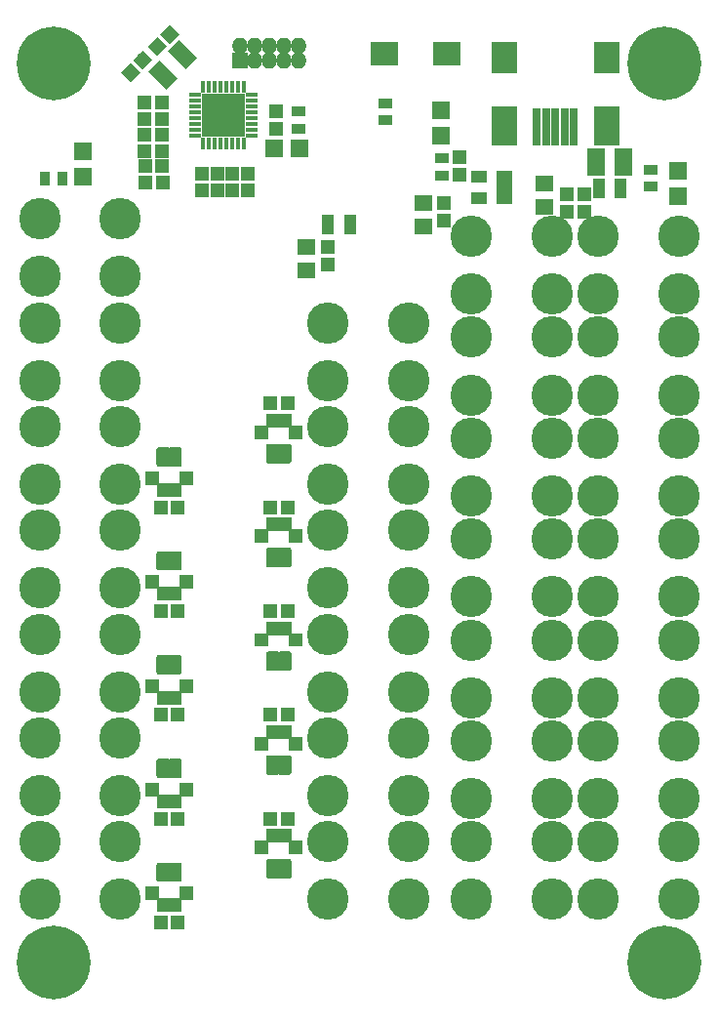
<source format=gts>
G04 #@! TF.GenerationSoftware,KiCad,Pcbnew,(5.0.0)*
G04 #@! TF.CreationDate,2018-11-03T20:55:02-02:30*
G04 #@! TF.ProjectId,Power Distribution Board,506F7765722044697374726962757469,rev?*
G04 #@! TF.SameCoordinates,Original*
G04 #@! TF.FileFunction,Soldermask,Top*
G04 #@! TF.FilePolarity,Negative*
%FSLAX46Y46*%
G04 Gerber Fmt 4.6, Leading zero omitted, Abs format (unit mm)*
G04 Created by KiCad (PCBNEW (5.0.0)) date 11/03/18 20:55:02*
%MOMM*%
%LPD*%
G01*
G04 APERTURE LIST*
%ADD10R,1.650000X1.400000*%
%ADD11R,1.200000X1.150000*%
%ADD12R,1.400000X1.400000*%
%ADD13O,1.400000X1.400000*%
%ADD14C,1.400000*%
%ADD15C,0.100000*%
%ADD16R,1.540000X2.430000*%
%ADD17C,6.400000*%
%ADD18R,1.150000X1.200000*%
%ADD19C,1.150000*%
%ADD20R,1.600000X1.600000*%
%ADD21C,3.600000*%
%ADD22R,2.203200X2.703200*%
%ADD23R,2.203200X3.503200*%
%ADD24R,0.703200X3.303200*%
%ADD25R,1.100000X1.700000*%
%ADD26R,0.900000X1.300000*%
%ADD27R,1.300000X0.900000*%
%ADD28R,2.400000X2.000000*%
%ADD29R,1.250000X0.700000*%
%ADD30R,0.700000X1.250000*%
%ADD31C,1.200000*%
%ADD32R,1.460000X1.050000*%
%ADD33R,0.420000X0.990000*%
%ADD34R,0.990000X0.420000*%
%ADD35C,0.400000*%
%ADD36R,3.850000X3.850000*%
G04 APERTURE END LIST*
D10*
G04 #@! TO.C,C26*
X146100000Y-30950000D03*
X146100000Y-28950000D03*
G04 #@! TD*
D11*
G04 #@! TO.C,C31*
X112850000Y-24700000D03*
X111350000Y-24700000D03*
G04 #@! TD*
D12*
G04 #@! TO.C,J29*
X119650000Y-18250000D03*
D13*
X119650000Y-16980000D03*
X120920000Y-18250000D03*
X120920000Y-16980000D03*
X122190000Y-18250000D03*
X122190000Y-16980000D03*
X123460000Y-18250000D03*
X123460000Y-16980000D03*
X124730000Y-18250000D03*
X124730000Y-16980000D03*
G04 #@! TD*
D14*
G04 #@! TO.C,Y1*
X112916117Y-19483883D03*
D15*
G36*
X113198960Y-20756675D02*
X111643325Y-19201040D01*
X112633274Y-18211091D01*
X114188909Y-19766726D01*
X113198960Y-20756675D01*
X113198960Y-20756675D01*
G37*
D14*
X114683883Y-17716117D03*
D15*
G36*
X114966726Y-18988909D02*
X113411091Y-17433274D01*
X114401040Y-16443325D01*
X115956675Y-17998960D01*
X114966726Y-18988909D01*
X114966726Y-18988909D01*
G37*
G04 #@! TD*
D16*
G04 #@! TO.C,F1*
X150550000Y-27050000D03*
X152950000Y-27050000D03*
G04 #@! TD*
D17*
G04 #@! TO.C,REF\002A\002A*
X103500000Y-96500000D03*
G04 #@! TD*
G04 #@! TO.C,REF\002A\002A*
X156500000Y-96500000D03*
G04 #@! TD*
G04 #@! TO.C,REF\002A\002A*
X156500000Y-18500000D03*
G04 #@! TD*
D11*
G04 #@! TO.C,C1*
X112750000Y-57000000D03*
X114250000Y-57000000D03*
G04 #@! TD*
G04 #@! TO.C,C4*
X122250000Y-48000000D03*
X123750000Y-48000000D03*
G04 #@! TD*
G04 #@! TO.C,C5*
X112750000Y-66000000D03*
X114250000Y-66000000D03*
G04 #@! TD*
G04 #@! TO.C,C6*
X122250000Y-57000000D03*
X123750000Y-57000000D03*
G04 #@! TD*
G04 #@! TO.C,C7*
X112750000Y-75000000D03*
X114250000Y-75000000D03*
G04 #@! TD*
G04 #@! TO.C,C12*
X123750000Y-66000000D03*
X122250000Y-66000000D03*
G04 #@! TD*
G04 #@! TO.C,C13*
X114250000Y-84000000D03*
X112750000Y-84000000D03*
G04 #@! TD*
G04 #@! TO.C,C14*
X123750000Y-75000000D03*
X122250000Y-75000000D03*
G04 #@! TD*
G04 #@! TO.C,C15*
X114250000Y-93000000D03*
X112750000Y-93000000D03*
G04 #@! TD*
G04 #@! TO.C,C16*
X122250000Y-84000000D03*
X123750000Y-84000000D03*
G04 #@! TD*
D18*
G04 #@! TO.C,C21*
X148000000Y-31350000D03*
X148000000Y-29850000D03*
G04 #@! TD*
D11*
G04 #@! TO.C,C22*
X111350000Y-21900000D03*
X112850000Y-21900000D03*
G04 #@! TD*
D18*
G04 #@! TO.C,C23*
X120350000Y-29550000D03*
X120350000Y-28050000D03*
G04 #@! TD*
D10*
G04 #@! TO.C,C24*
X135520000Y-30620000D03*
X135520000Y-32620000D03*
G04 #@! TD*
D11*
G04 #@! TO.C,C25*
X112850000Y-23300000D03*
X111350000Y-23300000D03*
G04 #@! TD*
D18*
G04 #@! TO.C,C27*
X137350000Y-32100000D03*
X137350000Y-30600000D03*
G04 #@! TD*
G04 #@! TO.C,C28*
X119000000Y-28050000D03*
X119000000Y-29550000D03*
G04 #@! TD*
G04 #@! TO.C,C29*
X149500000Y-29850000D03*
X149500000Y-31350000D03*
G04 #@! TD*
G04 #@! TO.C,C30*
X138700000Y-28150000D03*
X138700000Y-26650000D03*
G04 #@! TD*
D10*
G04 #@! TO.C,C32*
X125400000Y-36450000D03*
X125400000Y-34450000D03*
G04 #@! TD*
D18*
G04 #@! TO.C,C33*
X117700000Y-28050000D03*
X117700000Y-29550000D03*
G04 #@! TD*
G04 #@! TO.C,C34*
X127300000Y-35950000D03*
X127300000Y-34450000D03*
G04 #@! TD*
D11*
G04 #@! TO.C,C35*
X112850000Y-26100000D03*
X111350000Y-26100000D03*
G04 #@! TD*
D18*
G04 #@! TO.C,C36*
X116350000Y-29550000D03*
X116350000Y-28050000D03*
G04 #@! TD*
D19*
G04 #@! TO.C,C37*
X113530330Y-15969670D03*
D15*
G36*
X113512652Y-16800520D02*
X112699480Y-15987348D01*
X113548008Y-15138820D01*
X114361180Y-15951992D01*
X113512652Y-16800520D01*
X113512652Y-16800520D01*
G37*
D19*
X112469670Y-17030330D03*
D15*
G36*
X112451992Y-17861180D02*
X111638820Y-17048008D01*
X112487348Y-16199480D01*
X113300520Y-17012652D01*
X112451992Y-17861180D01*
X112451992Y-17861180D01*
G37*
G04 #@! TD*
D19*
G04 #@! TO.C,C38*
X111200000Y-18200000D03*
D15*
G36*
X111217678Y-17369150D02*
X112030850Y-18182322D01*
X111182322Y-19030850D01*
X110369150Y-18217678D01*
X111217678Y-17369150D01*
X111217678Y-17369150D01*
G37*
D19*
X110139340Y-19260660D03*
D15*
G36*
X110157018Y-18429810D02*
X110970190Y-19242982D01*
X110121662Y-20091510D01*
X109308490Y-19278338D01*
X110157018Y-18429810D01*
X110157018Y-18429810D01*
G37*
G04 #@! TD*
D11*
G04 #@! TO.C,C39*
X112900000Y-27400000D03*
X111400000Y-27400000D03*
G04 #@! TD*
G04 #@! TO.C,C40*
X111450000Y-28800000D03*
X112950000Y-28800000D03*
G04 #@! TD*
D18*
G04 #@! TO.C,C41*
X122750000Y-22650000D03*
X122750000Y-24150000D03*
G04 #@! TD*
D20*
G04 #@! TO.C,D1*
X106000000Y-26150000D03*
X106000000Y-28350000D03*
G04 #@! TD*
G04 #@! TO.C,D2*
X157650000Y-27800000D03*
X157650000Y-30000000D03*
G04 #@! TD*
G04 #@! TO.C,D3*
X137110000Y-24790000D03*
X137110000Y-22590000D03*
G04 #@! TD*
G04 #@! TO.C,D4*
X122600000Y-25900000D03*
X124800000Y-25900000D03*
G04 #@! TD*
D21*
G04 #@! TO.C,J1*
X109255000Y-41000000D03*
X102245000Y-41000000D03*
X102245000Y-46000000D03*
X109255000Y-46000000D03*
G04 #@! TD*
G04 #@! TO.C,J2*
X102245000Y-37000000D03*
X109255000Y-37000000D03*
X109255000Y-32000000D03*
X102245000Y-32000000D03*
G04 #@! TD*
G04 #@! TO.C,J3*
X127245000Y-41000000D03*
X134255000Y-41000000D03*
X134255000Y-46000000D03*
X127245000Y-46000000D03*
G04 #@! TD*
G04 #@! TO.C,J4*
X150745000Y-64750000D03*
X157755000Y-64750000D03*
X157755000Y-59750000D03*
X150745000Y-59750000D03*
G04 #@! TD*
G04 #@! TO.C,J5*
X139745000Y-68500000D03*
X146755000Y-68500000D03*
X146755000Y-73500000D03*
X139745000Y-73500000D03*
G04 #@! TD*
G04 #@! TO.C,J6*
X139745000Y-64750000D03*
X146755000Y-64750000D03*
X146755000Y-59750000D03*
X139745000Y-59750000D03*
G04 #@! TD*
G04 #@! TO.C,J7*
X150745000Y-42250000D03*
X157755000Y-42250000D03*
X157755000Y-47250000D03*
X150745000Y-47250000D03*
G04 #@! TD*
G04 #@! TO.C,J8*
X150745000Y-38500000D03*
X157755000Y-38500000D03*
X157755000Y-33500000D03*
X150745000Y-33500000D03*
G04 #@! TD*
G04 #@! TO.C,J9*
X139745000Y-77250000D03*
X146755000Y-77250000D03*
X146755000Y-82250000D03*
X139745000Y-82250000D03*
G04 #@! TD*
G04 #@! TO.C,J10*
X139745000Y-56000000D03*
X146755000Y-56000000D03*
X146755000Y-51000000D03*
X139745000Y-51000000D03*
G04 #@! TD*
G04 #@! TO.C,J11*
X150745000Y-51000000D03*
X157755000Y-51000000D03*
X157755000Y-56000000D03*
X150745000Y-56000000D03*
G04 #@! TD*
G04 #@! TO.C,J12*
X139745000Y-38500000D03*
X146755000Y-38500000D03*
X146755000Y-33500000D03*
X139745000Y-33500000D03*
G04 #@! TD*
G04 #@! TO.C,J13*
X150745000Y-77250000D03*
X157755000Y-77250000D03*
X157755000Y-82250000D03*
X150745000Y-82250000D03*
G04 #@! TD*
G04 #@! TO.C,J14*
X150745000Y-73500000D03*
X157755000Y-73500000D03*
X157755000Y-68500000D03*
X150745000Y-68500000D03*
G04 #@! TD*
G04 #@! TO.C,J15*
X139745000Y-86000000D03*
X146755000Y-86000000D03*
X146755000Y-91000000D03*
X139745000Y-91000000D03*
G04 #@! TD*
G04 #@! TO.C,J16*
X139745000Y-47250000D03*
X146755000Y-47250000D03*
X146755000Y-42250000D03*
X139745000Y-42250000D03*
G04 #@! TD*
G04 #@! TO.C,J17*
X150745000Y-86000000D03*
X157755000Y-86000000D03*
X157755000Y-91000000D03*
X150745000Y-91000000D03*
G04 #@! TD*
G04 #@! TO.C,J18*
X102245000Y-55000000D03*
X109255000Y-55000000D03*
X109255000Y-50000000D03*
X102245000Y-50000000D03*
G04 #@! TD*
G04 #@! TO.C,J19*
X127245000Y-50000000D03*
X134255000Y-50000000D03*
X134255000Y-55000000D03*
X127245000Y-55000000D03*
G04 #@! TD*
G04 #@! TO.C,J20*
X102245000Y-64000000D03*
X109255000Y-64000000D03*
X109255000Y-59000000D03*
X102245000Y-59000000D03*
G04 #@! TD*
G04 #@! TO.C,J21*
X127245000Y-59000000D03*
X134255000Y-59000000D03*
X134255000Y-64000000D03*
X127245000Y-64000000D03*
G04 #@! TD*
G04 #@! TO.C,J22*
X102245000Y-73000000D03*
X109255000Y-73000000D03*
X109255000Y-68000000D03*
X102245000Y-68000000D03*
G04 #@! TD*
G04 #@! TO.C,J23*
X127245000Y-68000000D03*
X134255000Y-68000000D03*
X134255000Y-73000000D03*
X127245000Y-73000000D03*
G04 #@! TD*
G04 #@! TO.C,J24*
X102245000Y-82000000D03*
X109255000Y-82000000D03*
X109255000Y-77000000D03*
X102245000Y-77000000D03*
G04 #@! TD*
G04 #@! TO.C,J25*
X134255000Y-77000000D03*
X127245000Y-77000000D03*
X127245000Y-82000000D03*
X134255000Y-82000000D03*
G04 #@! TD*
G04 #@! TO.C,J26*
X102245000Y-86000000D03*
X109255000Y-86000000D03*
X109255000Y-91000000D03*
X102245000Y-91000000D03*
G04 #@! TD*
G04 #@! TO.C,J27*
X127245000Y-86000000D03*
X134255000Y-86000000D03*
X134255000Y-91000000D03*
X127245000Y-91000000D03*
G04 #@! TD*
D22*
G04 #@! TO.C,J28*
X142550000Y-18000000D03*
X151450000Y-18000000D03*
D23*
X142550000Y-23900000D03*
X151450000Y-23900000D03*
D24*
X148600000Y-24000000D03*
X147800000Y-24000000D03*
X147000000Y-24000000D03*
X146200000Y-24000000D03*
X145400000Y-24000000D03*
G04 #@! TD*
D25*
G04 #@! TO.C,L1*
X150800000Y-29300000D03*
X152700000Y-29300000D03*
G04 #@! TD*
G04 #@! TO.C,L2*
X129200000Y-32450000D03*
X127300000Y-32450000D03*
G04 #@! TD*
D26*
G04 #@! TO.C,R1*
X104250000Y-28500000D03*
X102750000Y-28500000D03*
G04 #@! TD*
D27*
G04 #@! TO.C,R12*
X155300000Y-29200000D03*
X155300000Y-27700000D03*
G04 #@! TD*
G04 #@! TO.C,R13*
X137150000Y-28250000D03*
X137150000Y-26750000D03*
G04 #@! TD*
G04 #@! TO.C,R14*
X124750000Y-22650000D03*
X124750000Y-24150000D03*
G04 #@! TD*
G04 #@! TO.C,R15*
X132220000Y-23440000D03*
X132220000Y-21940000D03*
G04 #@! TD*
D28*
G04 #@! TO.C,SW1*
X137550000Y-17650000D03*
X132150000Y-17650000D03*
G04 #@! TD*
D29*
G04 #@! TO.C,U1*
X115000000Y-54250000D03*
X115000000Y-54750000D03*
D30*
X113750000Y-55500000D03*
X113250000Y-55500000D03*
X114250000Y-55500000D03*
X112750000Y-55500000D03*
D29*
X112000000Y-54750000D03*
X112000000Y-54250000D03*
D15*
G36*
X114437643Y-51815867D02*
X114455116Y-51818459D01*
X114472251Y-51822751D01*
X114488883Y-51828702D01*
X114504851Y-51836254D01*
X114520003Y-51845335D01*
X114534191Y-51855858D01*
X114547279Y-51867721D01*
X114559142Y-51880809D01*
X114569665Y-51894997D01*
X114578746Y-51910149D01*
X114586298Y-51926117D01*
X114592249Y-51942749D01*
X114596541Y-51959884D01*
X114599133Y-51977357D01*
X114600000Y-51995000D01*
X114600000Y-53305000D01*
X114599133Y-53322643D01*
X114596541Y-53340116D01*
X114592249Y-53357251D01*
X114586298Y-53373883D01*
X114578746Y-53389851D01*
X114569665Y-53405003D01*
X114559142Y-53419191D01*
X114547279Y-53432279D01*
X114534191Y-53444142D01*
X114520003Y-53454665D01*
X114504851Y-53463746D01*
X114488883Y-53471298D01*
X114472251Y-53477249D01*
X114455116Y-53481541D01*
X114437643Y-53484133D01*
X114420000Y-53485000D01*
X113580000Y-53485000D01*
X113562357Y-53484133D01*
X113544884Y-53481541D01*
X113527749Y-53477249D01*
X113511117Y-53471298D01*
X113495149Y-53463746D01*
X113479997Y-53454665D01*
X113465809Y-53444142D01*
X113452721Y-53432279D01*
X113440858Y-53419191D01*
X113430335Y-53405003D01*
X113421254Y-53389851D01*
X113413702Y-53373883D01*
X113407751Y-53357251D01*
X113403459Y-53340116D01*
X113400867Y-53322643D01*
X113400000Y-53305000D01*
X113400000Y-51995000D01*
X113400867Y-51977357D01*
X113403459Y-51959884D01*
X113407751Y-51942749D01*
X113413702Y-51926117D01*
X113421254Y-51910149D01*
X113430335Y-51894997D01*
X113440858Y-51880809D01*
X113452721Y-51867721D01*
X113465809Y-51855858D01*
X113479997Y-51845335D01*
X113495149Y-51836254D01*
X113511117Y-51828702D01*
X113527749Y-51822751D01*
X113544884Y-51818459D01*
X113562357Y-51815867D01*
X113580000Y-51815000D01*
X114420000Y-51815000D01*
X114437643Y-51815867D01*
X114437643Y-51815867D01*
G37*
D31*
X114000000Y-52650000D03*
D15*
G36*
X113437643Y-51815867D02*
X113455116Y-51818459D01*
X113472251Y-51822751D01*
X113488883Y-51828702D01*
X113504851Y-51836254D01*
X113520003Y-51845335D01*
X113534191Y-51855858D01*
X113547279Y-51867721D01*
X113559142Y-51880809D01*
X113569665Y-51894997D01*
X113578746Y-51910149D01*
X113586298Y-51926117D01*
X113592249Y-51942749D01*
X113596541Y-51959884D01*
X113599133Y-51977357D01*
X113600000Y-51995000D01*
X113600000Y-53305000D01*
X113599133Y-53322643D01*
X113596541Y-53340116D01*
X113592249Y-53357251D01*
X113586298Y-53373883D01*
X113578746Y-53389851D01*
X113569665Y-53405003D01*
X113559142Y-53419191D01*
X113547279Y-53432279D01*
X113534191Y-53444142D01*
X113520003Y-53454665D01*
X113504851Y-53463746D01*
X113488883Y-53471298D01*
X113472251Y-53477249D01*
X113455116Y-53481541D01*
X113437643Y-53484133D01*
X113420000Y-53485000D01*
X112580000Y-53485000D01*
X112562357Y-53484133D01*
X112544884Y-53481541D01*
X112527749Y-53477249D01*
X112511117Y-53471298D01*
X112495149Y-53463746D01*
X112479997Y-53454665D01*
X112465809Y-53444142D01*
X112452721Y-53432279D01*
X112440858Y-53419191D01*
X112430335Y-53405003D01*
X112421254Y-53389851D01*
X112413702Y-53373883D01*
X112407751Y-53357251D01*
X112403459Y-53340116D01*
X112400867Y-53322643D01*
X112400000Y-53305000D01*
X112400000Y-51995000D01*
X112400867Y-51977357D01*
X112403459Y-51959884D01*
X112407751Y-51942749D01*
X112413702Y-51926117D01*
X112421254Y-51910149D01*
X112430335Y-51894997D01*
X112440858Y-51880809D01*
X112452721Y-51867721D01*
X112465809Y-51855858D01*
X112479997Y-51845335D01*
X112495149Y-51836254D01*
X112511117Y-51828702D01*
X112527749Y-51822751D01*
X112544884Y-51818459D01*
X112562357Y-51815867D01*
X112580000Y-51815000D01*
X113420000Y-51815000D01*
X113437643Y-51815867D01*
X113437643Y-51815867D01*
G37*
D31*
X113000000Y-52650000D03*
G04 #@! TD*
D15*
G04 #@! TO.C,U2*
G36*
X123937643Y-51515867D02*
X123955116Y-51518459D01*
X123972251Y-51522751D01*
X123988883Y-51528702D01*
X124004851Y-51536254D01*
X124020003Y-51545335D01*
X124034191Y-51555858D01*
X124047279Y-51567721D01*
X124059142Y-51580809D01*
X124069665Y-51594997D01*
X124078746Y-51610149D01*
X124086298Y-51626117D01*
X124092249Y-51642749D01*
X124096541Y-51659884D01*
X124099133Y-51677357D01*
X124100000Y-51695000D01*
X124100000Y-53005000D01*
X124099133Y-53022643D01*
X124096541Y-53040116D01*
X124092249Y-53057251D01*
X124086298Y-53073883D01*
X124078746Y-53089851D01*
X124069665Y-53105003D01*
X124059142Y-53119191D01*
X124047279Y-53132279D01*
X124034191Y-53144142D01*
X124020003Y-53154665D01*
X124004851Y-53163746D01*
X123988883Y-53171298D01*
X123972251Y-53177249D01*
X123955116Y-53181541D01*
X123937643Y-53184133D01*
X123920000Y-53185000D01*
X123080000Y-53185000D01*
X123062357Y-53184133D01*
X123044884Y-53181541D01*
X123027749Y-53177249D01*
X123011117Y-53171298D01*
X122995149Y-53163746D01*
X122979997Y-53154665D01*
X122965809Y-53144142D01*
X122952721Y-53132279D01*
X122940858Y-53119191D01*
X122930335Y-53105003D01*
X122921254Y-53089851D01*
X122913702Y-53073883D01*
X122907751Y-53057251D01*
X122903459Y-53040116D01*
X122900867Y-53022643D01*
X122900000Y-53005000D01*
X122900000Y-51695000D01*
X122900867Y-51677357D01*
X122903459Y-51659884D01*
X122907751Y-51642749D01*
X122913702Y-51626117D01*
X122921254Y-51610149D01*
X122930335Y-51594997D01*
X122940858Y-51580809D01*
X122952721Y-51567721D01*
X122965809Y-51555858D01*
X122979997Y-51545335D01*
X122995149Y-51536254D01*
X123011117Y-51528702D01*
X123027749Y-51522751D01*
X123044884Y-51518459D01*
X123062357Y-51515867D01*
X123080000Y-51515000D01*
X123920000Y-51515000D01*
X123937643Y-51515867D01*
X123937643Y-51515867D01*
G37*
D31*
X123500000Y-52350000D03*
D15*
G36*
X122937643Y-51515867D02*
X122955116Y-51518459D01*
X122972251Y-51522751D01*
X122988883Y-51528702D01*
X123004851Y-51536254D01*
X123020003Y-51545335D01*
X123034191Y-51555858D01*
X123047279Y-51567721D01*
X123059142Y-51580809D01*
X123069665Y-51594997D01*
X123078746Y-51610149D01*
X123086298Y-51626117D01*
X123092249Y-51642749D01*
X123096541Y-51659884D01*
X123099133Y-51677357D01*
X123100000Y-51695000D01*
X123100000Y-53005000D01*
X123099133Y-53022643D01*
X123096541Y-53040116D01*
X123092249Y-53057251D01*
X123086298Y-53073883D01*
X123078746Y-53089851D01*
X123069665Y-53105003D01*
X123059142Y-53119191D01*
X123047279Y-53132279D01*
X123034191Y-53144142D01*
X123020003Y-53154665D01*
X123004851Y-53163746D01*
X122988883Y-53171298D01*
X122972251Y-53177249D01*
X122955116Y-53181541D01*
X122937643Y-53184133D01*
X122920000Y-53185000D01*
X122080000Y-53185000D01*
X122062357Y-53184133D01*
X122044884Y-53181541D01*
X122027749Y-53177249D01*
X122011117Y-53171298D01*
X121995149Y-53163746D01*
X121979997Y-53154665D01*
X121965809Y-53144142D01*
X121952721Y-53132279D01*
X121940858Y-53119191D01*
X121930335Y-53105003D01*
X121921254Y-53089851D01*
X121913702Y-53073883D01*
X121907751Y-53057251D01*
X121903459Y-53040116D01*
X121900867Y-53022643D01*
X121900000Y-53005000D01*
X121900000Y-51695000D01*
X121900867Y-51677357D01*
X121903459Y-51659884D01*
X121907751Y-51642749D01*
X121913702Y-51626117D01*
X121921254Y-51610149D01*
X121930335Y-51594997D01*
X121940858Y-51580809D01*
X121952721Y-51567721D01*
X121965809Y-51555858D01*
X121979997Y-51545335D01*
X121995149Y-51536254D01*
X122011117Y-51528702D01*
X122027749Y-51522751D01*
X122044884Y-51518459D01*
X122062357Y-51515867D01*
X122080000Y-51515000D01*
X122920000Y-51515000D01*
X122937643Y-51515867D01*
X122937643Y-51515867D01*
G37*
D31*
X122500000Y-52350000D03*
D29*
X124500000Y-50750000D03*
X124500000Y-50250000D03*
D30*
X123750000Y-49500000D03*
X122250000Y-49500000D03*
X123250000Y-49500000D03*
X122750000Y-49500000D03*
D29*
X121500000Y-50250000D03*
X121500000Y-50750000D03*
G04 #@! TD*
D15*
G04 #@! TO.C,U3*
G36*
X113437643Y-60815867D02*
X113455116Y-60818459D01*
X113472251Y-60822751D01*
X113488883Y-60828702D01*
X113504851Y-60836254D01*
X113520003Y-60845335D01*
X113534191Y-60855858D01*
X113547279Y-60867721D01*
X113559142Y-60880809D01*
X113569665Y-60894997D01*
X113578746Y-60910149D01*
X113586298Y-60926117D01*
X113592249Y-60942749D01*
X113596541Y-60959884D01*
X113599133Y-60977357D01*
X113600000Y-60995000D01*
X113600000Y-62305000D01*
X113599133Y-62322643D01*
X113596541Y-62340116D01*
X113592249Y-62357251D01*
X113586298Y-62373883D01*
X113578746Y-62389851D01*
X113569665Y-62405003D01*
X113559142Y-62419191D01*
X113547279Y-62432279D01*
X113534191Y-62444142D01*
X113520003Y-62454665D01*
X113504851Y-62463746D01*
X113488883Y-62471298D01*
X113472251Y-62477249D01*
X113455116Y-62481541D01*
X113437643Y-62484133D01*
X113420000Y-62485000D01*
X112580000Y-62485000D01*
X112562357Y-62484133D01*
X112544884Y-62481541D01*
X112527749Y-62477249D01*
X112511117Y-62471298D01*
X112495149Y-62463746D01*
X112479997Y-62454665D01*
X112465809Y-62444142D01*
X112452721Y-62432279D01*
X112440858Y-62419191D01*
X112430335Y-62405003D01*
X112421254Y-62389851D01*
X112413702Y-62373883D01*
X112407751Y-62357251D01*
X112403459Y-62340116D01*
X112400867Y-62322643D01*
X112400000Y-62305000D01*
X112400000Y-60995000D01*
X112400867Y-60977357D01*
X112403459Y-60959884D01*
X112407751Y-60942749D01*
X112413702Y-60926117D01*
X112421254Y-60910149D01*
X112430335Y-60894997D01*
X112440858Y-60880809D01*
X112452721Y-60867721D01*
X112465809Y-60855858D01*
X112479997Y-60845335D01*
X112495149Y-60836254D01*
X112511117Y-60828702D01*
X112527749Y-60822751D01*
X112544884Y-60818459D01*
X112562357Y-60815867D01*
X112580000Y-60815000D01*
X113420000Y-60815000D01*
X113437643Y-60815867D01*
X113437643Y-60815867D01*
G37*
D31*
X113000000Y-61650000D03*
D15*
G36*
X114437643Y-60815867D02*
X114455116Y-60818459D01*
X114472251Y-60822751D01*
X114488883Y-60828702D01*
X114504851Y-60836254D01*
X114520003Y-60845335D01*
X114534191Y-60855858D01*
X114547279Y-60867721D01*
X114559142Y-60880809D01*
X114569665Y-60894997D01*
X114578746Y-60910149D01*
X114586298Y-60926117D01*
X114592249Y-60942749D01*
X114596541Y-60959884D01*
X114599133Y-60977357D01*
X114600000Y-60995000D01*
X114600000Y-62305000D01*
X114599133Y-62322643D01*
X114596541Y-62340116D01*
X114592249Y-62357251D01*
X114586298Y-62373883D01*
X114578746Y-62389851D01*
X114569665Y-62405003D01*
X114559142Y-62419191D01*
X114547279Y-62432279D01*
X114534191Y-62444142D01*
X114520003Y-62454665D01*
X114504851Y-62463746D01*
X114488883Y-62471298D01*
X114472251Y-62477249D01*
X114455116Y-62481541D01*
X114437643Y-62484133D01*
X114420000Y-62485000D01*
X113580000Y-62485000D01*
X113562357Y-62484133D01*
X113544884Y-62481541D01*
X113527749Y-62477249D01*
X113511117Y-62471298D01*
X113495149Y-62463746D01*
X113479997Y-62454665D01*
X113465809Y-62444142D01*
X113452721Y-62432279D01*
X113440858Y-62419191D01*
X113430335Y-62405003D01*
X113421254Y-62389851D01*
X113413702Y-62373883D01*
X113407751Y-62357251D01*
X113403459Y-62340116D01*
X113400867Y-62322643D01*
X113400000Y-62305000D01*
X113400000Y-60995000D01*
X113400867Y-60977357D01*
X113403459Y-60959884D01*
X113407751Y-60942749D01*
X113413702Y-60926117D01*
X113421254Y-60910149D01*
X113430335Y-60894997D01*
X113440858Y-60880809D01*
X113452721Y-60867721D01*
X113465809Y-60855858D01*
X113479997Y-60845335D01*
X113495149Y-60836254D01*
X113511117Y-60828702D01*
X113527749Y-60822751D01*
X113544884Y-60818459D01*
X113562357Y-60815867D01*
X113580000Y-60815000D01*
X114420000Y-60815000D01*
X114437643Y-60815867D01*
X114437643Y-60815867D01*
G37*
D31*
X114000000Y-61650000D03*
D29*
X112000000Y-63250000D03*
X112000000Y-63750000D03*
D30*
X112750000Y-64500000D03*
X114250000Y-64500000D03*
X113250000Y-64500000D03*
X113750000Y-64500000D03*
D29*
X115000000Y-63750000D03*
X115000000Y-63250000D03*
G04 #@! TD*
G04 #@! TO.C,U4*
X121500000Y-59750000D03*
X121500000Y-59250000D03*
D30*
X122750000Y-58500000D03*
X123250000Y-58500000D03*
X122250000Y-58500000D03*
X123750000Y-58500000D03*
D29*
X124500000Y-59250000D03*
X124500000Y-59750000D03*
D15*
G36*
X122937643Y-60515867D02*
X122955116Y-60518459D01*
X122972251Y-60522751D01*
X122988883Y-60528702D01*
X123004851Y-60536254D01*
X123020003Y-60545335D01*
X123034191Y-60555858D01*
X123047279Y-60567721D01*
X123059142Y-60580809D01*
X123069665Y-60594997D01*
X123078746Y-60610149D01*
X123086298Y-60626117D01*
X123092249Y-60642749D01*
X123096541Y-60659884D01*
X123099133Y-60677357D01*
X123100000Y-60695000D01*
X123100000Y-62005000D01*
X123099133Y-62022643D01*
X123096541Y-62040116D01*
X123092249Y-62057251D01*
X123086298Y-62073883D01*
X123078746Y-62089851D01*
X123069665Y-62105003D01*
X123059142Y-62119191D01*
X123047279Y-62132279D01*
X123034191Y-62144142D01*
X123020003Y-62154665D01*
X123004851Y-62163746D01*
X122988883Y-62171298D01*
X122972251Y-62177249D01*
X122955116Y-62181541D01*
X122937643Y-62184133D01*
X122920000Y-62185000D01*
X122080000Y-62185000D01*
X122062357Y-62184133D01*
X122044884Y-62181541D01*
X122027749Y-62177249D01*
X122011117Y-62171298D01*
X121995149Y-62163746D01*
X121979997Y-62154665D01*
X121965809Y-62144142D01*
X121952721Y-62132279D01*
X121940858Y-62119191D01*
X121930335Y-62105003D01*
X121921254Y-62089851D01*
X121913702Y-62073883D01*
X121907751Y-62057251D01*
X121903459Y-62040116D01*
X121900867Y-62022643D01*
X121900000Y-62005000D01*
X121900000Y-60695000D01*
X121900867Y-60677357D01*
X121903459Y-60659884D01*
X121907751Y-60642749D01*
X121913702Y-60626117D01*
X121921254Y-60610149D01*
X121930335Y-60594997D01*
X121940858Y-60580809D01*
X121952721Y-60567721D01*
X121965809Y-60555858D01*
X121979997Y-60545335D01*
X121995149Y-60536254D01*
X122011117Y-60528702D01*
X122027749Y-60522751D01*
X122044884Y-60518459D01*
X122062357Y-60515867D01*
X122080000Y-60515000D01*
X122920000Y-60515000D01*
X122937643Y-60515867D01*
X122937643Y-60515867D01*
G37*
D31*
X122500000Y-61350000D03*
D15*
G36*
X123937643Y-60515867D02*
X123955116Y-60518459D01*
X123972251Y-60522751D01*
X123988883Y-60528702D01*
X124004851Y-60536254D01*
X124020003Y-60545335D01*
X124034191Y-60555858D01*
X124047279Y-60567721D01*
X124059142Y-60580809D01*
X124069665Y-60594997D01*
X124078746Y-60610149D01*
X124086298Y-60626117D01*
X124092249Y-60642749D01*
X124096541Y-60659884D01*
X124099133Y-60677357D01*
X124100000Y-60695000D01*
X124100000Y-62005000D01*
X124099133Y-62022643D01*
X124096541Y-62040116D01*
X124092249Y-62057251D01*
X124086298Y-62073883D01*
X124078746Y-62089851D01*
X124069665Y-62105003D01*
X124059142Y-62119191D01*
X124047279Y-62132279D01*
X124034191Y-62144142D01*
X124020003Y-62154665D01*
X124004851Y-62163746D01*
X123988883Y-62171298D01*
X123972251Y-62177249D01*
X123955116Y-62181541D01*
X123937643Y-62184133D01*
X123920000Y-62185000D01*
X123080000Y-62185000D01*
X123062357Y-62184133D01*
X123044884Y-62181541D01*
X123027749Y-62177249D01*
X123011117Y-62171298D01*
X122995149Y-62163746D01*
X122979997Y-62154665D01*
X122965809Y-62144142D01*
X122952721Y-62132279D01*
X122940858Y-62119191D01*
X122930335Y-62105003D01*
X122921254Y-62089851D01*
X122913702Y-62073883D01*
X122907751Y-62057251D01*
X122903459Y-62040116D01*
X122900867Y-62022643D01*
X122900000Y-62005000D01*
X122900000Y-60695000D01*
X122900867Y-60677357D01*
X122903459Y-60659884D01*
X122907751Y-60642749D01*
X122913702Y-60626117D01*
X122921254Y-60610149D01*
X122930335Y-60594997D01*
X122940858Y-60580809D01*
X122952721Y-60567721D01*
X122965809Y-60555858D01*
X122979997Y-60545335D01*
X122995149Y-60536254D01*
X123011117Y-60528702D01*
X123027749Y-60522751D01*
X123044884Y-60518459D01*
X123062357Y-60515867D01*
X123080000Y-60515000D01*
X123920000Y-60515000D01*
X123937643Y-60515867D01*
X123937643Y-60515867D01*
G37*
D31*
X123500000Y-61350000D03*
G04 #@! TD*
D15*
G04 #@! TO.C,U5*
G36*
X113437643Y-69815867D02*
X113455116Y-69818459D01*
X113472251Y-69822751D01*
X113488883Y-69828702D01*
X113504851Y-69836254D01*
X113520003Y-69845335D01*
X113534191Y-69855858D01*
X113547279Y-69867721D01*
X113559142Y-69880809D01*
X113569665Y-69894997D01*
X113578746Y-69910149D01*
X113586298Y-69926117D01*
X113592249Y-69942749D01*
X113596541Y-69959884D01*
X113599133Y-69977357D01*
X113600000Y-69995000D01*
X113600000Y-71305000D01*
X113599133Y-71322643D01*
X113596541Y-71340116D01*
X113592249Y-71357251D01*
X113586298Y-71373883D01*
X113578746Y-71389851D01*
X113569665Y-71405003D01*
X113559142Y-71419191D01*
X113547279Y-71432279D01*
X113534191Y-71444142D01*
X113520003Y-71454665D01*
X113504851Y-71463746D01*
X113488883Y-71471298D01*
X113472251Y-71477249D01*
X113455116Y-71481541D01*
X113437643Y-71484133D01*
X113420000Y-71485000D01*
X112580000Y-71485000D01*
X112562357Y-71484133D01*
X112544884Y-71481541D01*
X112527749Y-71477249D01*
X112511117Y-71471298D01*
X112495149Y-71463746D01*
X112479997Y-71454665D01*
X112465809Y-71444142D01*
X112452721Y-71432279D01*
X112440858Y-71419191D01*
X112430335Y-71405003D01*
X112421254Y-71389851D01*
X112413702Y-71373883D01*
X112407751Y-71357251D01*
X112403459Y-71340116D01*
X112400867Y-71322643D01*
X112400000Y-71305000D01*
X112400000Y-69995000D01*
X112400867Y-69977357D01*
X112403459Y-69959884D01*
X112407751Y-69942749D01*
X112413702Y-69926117D01*
X112421254Y-69910149D01*
X112430335Y-69894997D01*
X112440858Y-69880809D01*
X112452721Y-69867721D01*
X112465809Y-69855858D01*
X112479997Y-69845335D01*
X112495149Y-69836254D01*
X112511117Y-69828702D01*
X112527749Y-69822751D01*
X112544884Y-69818459D01*
X112562357Y-69815867D01*
X112580000Y-69815000D01*
X113420000Y-69815000D01*
X113437643Y-69815867D01*
X113437643Y-69815867D01*
G37*
D31*
X113000000Y-70650000D03*
D15*
G36*
X114437643Y-69815867D02*
X114455116Y-69818459D01*
X114472251Y-69822751D01*
X114488883Y-69828702D01*
X114504851Y-69836254D01*
X114520003Y-69845335D01*
X114534191Y-69855858D01*
X114547279Y-69867721D01*
X114559142Y-69880809D01*
X114569665Y-69894997D01*
X114578746Y-69910149D01*
X114586298Y-69926117D01*
X114592249Y-69942749D01*
X114596541Y-69959884D01*
X114599133Y-69977357D01*
X114600000Y-69995000D01*
X114600000Y-71305000D01*
X114599133Y-71322643D01*
X114596541Y-71340116D01*
X114592249Y-71357251D01*
X114586298Y-71373883D01*
X114578746Y-71389851D01*
X114569665Y-71405003D01*
X114559142Y-71419191D01*
X114547279Y-71432279D01*
X114534191Y-71444142D01*
X114520003Y-71454665D01*
X114504851Y-71463746D01*
X114488883Y-71471298D01*
X114472251Y-71477249D01*
X114455116Y-71481541D01*
X114437643Y-71484133D01*
X114420000Y-71485000D01*
X113580000Y-71485000D01*
X113562357Y-71484133D01*
X113544884Y-71481541D01*
X113527749Y-71477249D01*
X113511117Y-71471298D01*
X113495149Y-71463746D01*
X113479997Y-71454665D01*
X113465809Y-71444142D01*
X113452721Y-71432279D01*
X113440858Y-71419191D01*
X113430335Y-71405003D01*
X113421254Y-71389851D01*
X113413702Y-71373883D01*
X113407751Y-71357251D01*
X113403459Y-71340116D01*
X113400867Y-71322643D01*
X113400000Y-71305000D01*
X113400000Y-69995000D01*
X113400867Y-69977357D01*
X113403459Y-69959884D01*
X113407751Y-69942749D01*
X113413702Y-69926117D01*
X113421254Y-69910149D01*
X113430335Y-69894997D01*
X113440858Y-69880809D01*
X113452721Y-69867721D01*
X113465809Y-69855858D01*
X113479997Y-69845335D01*
X113495149Y-69836254D01*
X113511117Y-69828702D01*
X113527749Y-69822751D01*
X113544884Y-69818459D01*
X113562357Y-69815867D01*
X113580000Y-69815000D01*
X114420000Y-69815000D01*
X114437643Y-69815867D01*
X114437643Y-69815867D01*
G37*
D31*
X114000000Y-70650000D03*
D29*
X112000000Y-72250000D03*
X112000000Y-72750000D03*
D30*
X112750000Y-73500000D03*
X114250000Y-73500000D03*
X113250000Y-73500000D03*
X113750000Y-73500000D03*
D29*
X115000000Y-72750000D03*
X115000000Y-72250000D03*
G04 #@! TD*
G04 #@! TO.C,U6*
X121500000Y-68750000D03*
X121500000Y-68250000D03*
D30*
X122750000Y-67500000D03*
X123250000Y-67500000D03*
X122250000Y-67500000D03*
X123750000Y-67500000D03*
D29*
X124500000Y-68250000D03*
X124500000Y-68750000D03*
D15*
G36*
X122937643Y-69515867D02*
X122955116Y-69518459D01*
X122972251Y-69522751D01*
X122988883Y-69528702D01*
X123004851Y-69536254D01*
X123020003Y-69545335D01*
X123034191Y-69555858D01*
X123047279Y-69567721D01*
X123059142Y-69580809D01*
X123069665Y-69594997D01*
X123078746Y-69610149D01*
X123086298Y-69626117D01*
X123092249Y-69642749D01*
X123096541Y-69659884D01*
X123099133Y-69677357D01*
X123100000Y-69695000D01*
X123100000Y-71005000D01*
X123099133Y-71022643D01*
X123096541Y-71040116D01*
X123092249Y-71057251D01*
X123086298Y-71073883D01*
X123078746Y-71089851D01*
X123069665Y-71105003D01*
X123059142Y-71119191D01*
X123047279Y-71132279D01*
X123034191Y-71144142D01*
X123020003Y-71154665D01*
X123004851Y-71163746D01*
X122988883Y-71171298D01*
X122972251Y-71177249D01*
X122955116Y-71181541D01*
X122937643Y-71184133D01*
X122920000Y-71185000D01*
X122080000Y-71185000D01*
X122062357Y-71184133D01*
X122044884Y-71181541D01*
X122027749Y-71177249D01*
X122011117Y-71171298D01*
X121995149Y-71163746D01*
X121979997Y-71154665D01*
X121965809Y-71144142D01*
X121952721Y-71132279D01*
X121940858Y-71119191D01*
X121930335Y-71105003D01*
X121921254Y-71089851D01*
X121913702Y-71073883D01*
X121907751Y-71057251D01*
X121903459Y-71040116D01*
X121900867Y-71022643D01*
X121900000Y-71005000D01*
X121900000Y-69695000D01*
X121900867Y-69677357D01*
X121903459Y-69659884D01*
X121907751Y-69642749D01*
X121913702Y-69626117D01*
X121921254Y-69610149D01*
X121930335Y-69594997D01*
X121940858Y-69580809D01*
X121952721Y-69567721D01*
X121965809Y-69555858D01*
X121979997Y-69545335D01*
X121995149Y-69536254D01*
X122011117Y-69528702D01*
X122027749Y-69522751D01*
X122044884Y-69518459D01*
X122062357Y-69515867D01*
X122080000Y-69515000D01*
X122920000Y-69515000D01*
X122937643Y-69515867D01*
X122937643Y-69515867D01*
G37*
D31*
X122500000Y-70350000D03*
D15*
G36*
X123937643Y-69515867D02*
X123955116Y-69518459D01*
X123972251Y-69522751D01*
X123988883Y-69528702D01*
X124004851Y-69536254D01*
X124020003Y-69545335D01*
X124034191Y-69555858D01*
X124047279Y-69567721D01*
X124059142Y-69580809D01*
X124069665Y-69594997D01*
X124078746Y-69610149D01*
X124086298Y-69626117D01*
X124092249Y-69642749D01*
X124096541Y-69659884D01*
X124099133Y-69677357D01*
X124100000Y-69695000D01*
X124100000Y-71005000D01*
X124099133Y-71022643D01*
X124096541Y-71040116D01*
X124092249Y-71057251D01*
X124086298Y-71073883D01*
X124078746Y-71089851D01*
X124069665Y-71105003D01*
X124059142Y-71119191D01*
X124047279Y-71132279D01*
X124034191Y-71144142D01*
X124020003Y-71154665D01*
X124004851Y-71163746D01*
X123988883Y-71171298D01*
X123972251Y-71177249D01*
X123955116Y-71181541D01*
X123937643Y-71184133D01*
X123920000Y-71185000D01*
X123080000Y-71185000D01*
X123062357Y-71184133D01*
X123044884Y-71181541D01*
X123027749Y-71177249D01*
X123011117Y-71171298D01*
X122995149Y-71163746D01*
X122979997Y-71154665D01*
X122965809Y-71144142D01*
X122952721Y-71132279D01*
X122940858Y-71119191D01*
X122930335Y-71105003D01*
X122921254Y-71089851D01*
X122913702Y-71073883D01*
X122907751Y-71057251D01*
X122903459Y-71040116D01*
X122900867Y-71022643D01*
X122900000Y-71005000D01*
X122900000Y-69695000D01*
X122900867Y-69677357D01*
X122903459Y-69659884D01*
X122907751Y-69642749D01*
X122913702Y-69626117D01*
X122921254Y-69610149D01*
X122930335Y-69594997D01*
X122940858Y-69580809D01*
X122952721Y-69567721D01*
X122965809Y-69555858D01*
X122979997Y-69545335D01*
X122995149Y-69536254D01*
X123011117Y-69528702D01*
X123027749Y-69522751D01*
X123044884Y-69518459D01*
X123062357Y-69515867D01*
X123080000Y-69515000D01*
X123920000Y-69515000D01*
X123937643Y-69515867D01*
X123937643Y-69515867D01*
G37*
D31*
X123500000Y-70350000D03*
G04 #@! TD*
D29*
G04 #@! TO.C,U7*
X115000000Y-81250000D03*
X115000000Y-81750000D03*
D30*
X113750000Y-82500000D03*
X113250000Y-82500000D03*
X114250000Y-82500000D03*
X112750000Y-82500000D03*
D29*
X112000000Y-81750000D03*
X112000000Y-81250000D03*
D15*
G36*
X114437643Y-78815867D02*
X114455116Y-78818459D01*
X114472251Y-78822751D01*
X114488883Y-78828702D01*
X114504851Y-78836254D01*
X114520003Y-78845335D01*
X114534191Y-78855858D01*
X114547279Y-78867721D01*
X114559142Y-78880809D01*
X114569665Y-78894997D01*
X114578746Y-78910149D01*
X114586298Y-78926117D01*
X114592249Y-78942749D01*
X114596541Y-78959884D01*
X114599133Y-78977357D01*
X114600000Y-78995000D01*
X114600000Y-80305000D01*
X114599133Y-80322643D01*
X114596541Y-80340116D01*
X114592249Y-80357251D01*
X114586298Y-80373883D01*
X114578746Y-80389851D01*
X114569665Y-80405003D01*
X114559142Y-80419191D01*
X114547279Y-80432279D01*
X114534191Y-80444142D01*
X114520003Y-80454665D01*
X114504851Y-80463746D01*
X114488883Y-80471298D01*
X114472251Y-80477249D01*
X114455116Y-80481541D01*
X114437643Y-80484133D01*
X114420000Y-80485000D01*
X113580000Y-80485000D01*
X113562357Y-80484133D01*
X113544884Y-80481541D01*
X113527749Y-80477249D01*
X113511117Y-80471298D01*
X113495149Y-80463746D01*
X113479997Y-80454665D01*
X113465809Y-80444142D01*
X113452721Y-80432279D01*
X113440858Y-80419191D01*
X113430335Y-80405003D01*
X113421254Y-80389851D01*
X113413702Y-80373883D01*
X113407751Y-80357251D01*
X113403459Y-80340116D01*
X113400867Y-80322643D01*
X113400000Y-80305000D01*
X113400000Y-78995000D01*
X113400867Y-78977357D01*
X113403459Y-78959884D01*
X113407751Y-78942749D01*
X113413702Y-78926117D01*
X113421254Y-78910149D01*
X113430335Y-78894997D01*
X113440858Y-78880809D01*
X113452721Y-78867721D01*
X113465809Y-78855858D01*
X113479997Y-78845335D01*
X113495149Y-78836254D01*
X113511117Y-78828702D01*
X113527749Y-78822751D01*
X113544884Y-78818459D01*
X113562357Y-78815867D01*
X113580000Y-78815000D01*
X114420000Y-78815000D01*
X114437643Y-78815867D01*
X114437643Y-78815867D01*
G37*
D31*
X114000000Y-79650000D03*
D15*
G36*
X113437643Y-78815867D02*
X113455116Y-78818459D01*
X113472251Y-78822751D01*
X113488883Y-78828702D01*
X113504851Y-78836254D01*
X113520003Y-78845335D01*
X113534191Y-78855858D01*
X113547279Y-78867721D01*
X113559142Y-78880809D01*
X113569665Y-78894997D01*
X113578746Y-78910149D01*
X113586298Y-78926117D01*
X113592249Y-78942749D01*
X113596541Y-78959884D01*
X113599133Y-78977357D01*
X113600000Y-78995000D01*
X113600000Y-80305000D01*
X113599133Y-80322643D01*
X113596541Y-80340116D01*
X113592249Y-80357251D01*
X113586298Y-80373883D01*
X113578746Y-80389851D01*
X113569665Y-80405003D01*
X113559142Y-80419191D01*
X113547279Y-80432279D01*
X113534191Y-80444142D01*
X113520003Y-80454665D01*
X113504851Y-80463746D01*
X113488883Y-80471298D01*
X113472251Y-80477249D01*
X113455116Y-80481541D01*
X113437643Y-80484133D01*
X113420000Y-80485000D01*
X112580000Y-80485000D01*
X112562357Y-80484133D01*
X112544884Y-80481541D01*
X112527749Y-80477249D01*
X112511117Y-80471298D01*
X112495149Y-80463746D01*
X112479997Y-80454665D01*
X112465809Y-80444142D01*
X112452721Y-80432279D01*
X112440858Y-80419191D01*
X112430335Y-80405003D01*
X112421254Y-80389851D01*
X112413702Y-80373883D01*
X112407751Y-80357251D01*
X112403459Y-80340116D01*
X112400867Y-80322643D01*
X112400000Y-80305000D01*
X112400000Y-78995000D01*
X112400867Y-78977357D01*
X112403459Y-78959884D01*
X112407751Y-78942749D01*
X112413702Y-78926117D01*
X112421254Y-78910149D01*
X112430335Y-78894997D01*
X112440858Y-78880809D01*
X112452721Y-78867721D01*
X112465809Y-78855858D01*
X112479997Y-78845335D01*
X112495149Y-78836254D01*
X112511117Y-78828702D01*
X112527749Y-78822751D01*
X112544884Y-78818459D01*
X112562357Y-78815867D01*
X112580000Y-78815000D01*
X113420000Y-78815000D01*
X113437643Y-78815867D01*
X113437643Y-78815867D01*
G37*
D31*
X113000000Y-79650000D03*
G04 #@! TD*
D29*
G04 #@! TO.C,U8*
X121500000Y-77750000D03*
X121500000Y-77250000D03*
D30*
X122750000Y-76500000D03*
X123250000Y-76500000D03*
X122250000Y-76500000D03*
X123750000Y-76500000D03*
D29*
X124500000Y-77250000D03*
X124500000Y-77750000D03*
D15*
G36*
X122937643Y-78515867D02*
X122955116Y-78518459D01*
X122972251Y-78522751D01*
X122988883Y-78528702D01*
X123004851Y-78536254D01*
X123020003Y-78545335D01*
X123034191Y-78555858D01*
X123047279Y-78567721D01*
X123059142Y-78580809D01*
X123069665Y-78594997D01*
X123078746Y-78610149D01*
X123086298Y-78626117D01*
X123092249Y-78642749D01*
X123096541Y-78659884D01*
X123099133Y-78677357D01*
X123100000Y-78695000D01*
X123100000Y-80005000D01*
X123099133Y-80022643D01*
X123096541Y-80040116D01*
X123092249Y-80057251D01*
X123086298Y-80073883D01*
X123078746Y-80089851D01*
X123069665Y-80105003D01*
X123059142Y-80119191D01*
X123047279Y-80132279D01*
X123034191Y-80144142D01*
X123020003Y-80154665D01*
X123004851Y-80163746D01*
X122988883Y-80171298D01*
X122972251Y-80177249D01*
X122955116Y-80181541D01*
X122937643Y-80184133D01*
X122920000Y-80185000D01*
X122080000Y-80185000D01*
X122062357Y-80184133D01*
X122044884Y-80181541D01*
X122027749Y-80177249D01*
X122011117Y-80171298D01*
X121995149Y-80163746D01*
X121979997Y-80154665D01*
X121965809Y-80144142D01*
X121952721Y-80132279D01*
X121940858Y-80119191D01*
X121930335Y-80105003D01*
X121921254Y-80089851D01*
X121913702Y-80073883D01*
X121907751Y-80057251D01*
X121903459Y-80040116D01*
X121900867Y-80022643D01*
X121900000Y-80005000D01*
X121900000Y-78695000D01*
X121900867Y-78677357D01*
X121903459Y-78659884D01*
X121907751Y-78642749D01*
X121913702Y-78626117D01*
X121921254Y-78610149D01*
X121930335Y-78594997D01*
X121940858Y-78580809D01*
X121952721Y-78567721D01*
X121965809Y-78555858D01*
X121979997Y-78545335D01*
X121995149Y-78536254D01*
X122011117Y-78528702D01*
X122027749Y-78522751D01*
X122044884Y-78518459D01*
X122062357Y-78515867D01*
X122080000Y-78515000D01*
X122920000Y-78515000D01*
X122937643Y-78515867D01*
X122937643Y-78515867D01*
G37*
D31*
X122500000Y-79350000D03*
D15*
G36*
X123937643Y-78515867D02*
X123955116Y-78518459D01*
X123972251Y-78522751D01*
X123988883Y-78528702D01*
X124004851Y-78536254D01*
X124020003Y-78545335D01*
X124034191Y-78555858D01*
X124047279Y-78567721D01*
X124059142Y-78580809D01*
X124069665Y-78594997D01*
X124078746Y-78610149D01*
X124086298Y-78626117D01*
X124092249Y-78642749D01*
X124096541Y-78659884D01*
X124099133Y-78677357D01*
X124100000Y-78695000D01*
X124100000Y-80005000D01*
X124099133Y-80022643D01*
X124096541Y-80040116D01*
X124092249Y-80057251D01*
X124086298Y-80073883D01*
X124078746Y-80089851D01*
X124069665Y-80105003D01*
X124059142Y-80119191D01*
X124047279Y-80132279D01*
X124034191Y-80144142D01*
X124020003Y-80154665D01*
X124004851Y-80163746D01*
X123988883Y-80171298D01*
X123972251Y-80177249D01*
X123955116Y-80181541D01*
X123937643Y-80184133D01*
X123920000Y-80185000D01*
X123080000Y-80185000D01*
X123062357Y-80184133D01*
X123044884Y-80181541D01*
X123027749Y-80177249D01*
X123011117Y-80171298D01*
X122995149Y-80163746D01*
X122979997Y-80154665D01*
X122965809Y-80144142D01*
X122952721Y-80132279D01*
X122940858Y-80119191D01*
X122930335Y-80105003D01*
X122921254Y-80089851D01*
X122913702Y-80073883D01*
X122907751Y-80057251D01*
X122903459Y-80040116D01*
X122900867Y-80022643D01*
X122900000Y-80005000D01*
X122900000Y-78695000D01*
X122900867Y-78677357D01*
X122903459Y-78659884D01*
X122907751Y-78642749D01*
X122913702Y-78626117D01*
X122921254Y-78610149D01*
X122930335Y-78594997D01*
X122940858Y-78580809D01*
X122952721Y-78567721D01*
X122965809Y-78555858D01*
X122979997Y-78545335D01*
X122995149Y-78536254D01*
X123011117Y-78528702D01*
X123027749Y-78522751D01*
X123044884Y-78518459D01*
X123062357Y-78515867D01*
X123080000Y-78515000D01*
X123920000Y-78515000D01*
X123937643Y-78515867D01*
X123937643Y-78515867D01*
G37*
D31*
X123500000Y-79350000D03*
G04 #@! TD*
D15*
G04 #@! TO.C,U9*
G36*
X113437643Y-87815867D02*
X113455116Y-87818459D01*
X113472251Y-87822751D01*
X113488883Y-87828702D01*
X113504851Y-87836254D01*
X113520003Y-87845335D01*
X113534191Y-87855858D01*
X113547279Y-87867721D01*
X113559142Y-87880809D01*
X113569665Y-87894997D01*
X113578746Y-87910149D01*
X113586298Y-87926117D01*
X113592249Y-87942749D01*
X113596541Y-87959884D01*
X113599133Y-87977357D01*
X113600000Y-87995000D01*
X113600000Y-89305000D01*
X113599133Y-89322643D01*
X113596541Y-89340116D01*
X113592249Y-89357251D01*
X113586298Y-89373883D01*
X113578746Y-89389851D01*
X113569665Y-89405003D01*
X113559142Y-89419191D01*
X113547279Y-89432279D01*
X113534191Y-89444142D01*
X113520003Y-89454665D01*
X113504851Y-89463746D01*
X113488883Y-89471298D01*
X113472251Y-89477249D01*
X113455116Y-89481541D01*
X113437643Y-89484133D01*
X113420000Y-89485000D01*
X112580000Y-89485000D01*
X112562357Y-89484133D01*
X112544884Y-89481541D01*
X112527749Y-89477249D01*
X112511117Y-89471298D01*
X112495149Y-89463746D01*
X112479997Y-89454665D01*
X112465809Y-89444142D01*
X112452721Y-89432279D01*
X112440858Y-89419191D01*
X112430335Y-89405003D01*
X112421254Y-89389851D01*
X112413702Y-89373883D01*
X112407751Y-89357251D01*
X112403459Y-89340116D01*
X112400867Y-89322643D01*
X112400000Y-89305000D01*
X112400000Y-87995000D01*
X112400867Y-87977357D01*
X112403459Y-87959884D01*
X112407751Y-87942749D01*
X112413702Y-87926117D01*
X112421254Y-87910149D01*
X112430335Y-87894997D01*
X112440858Y-87880809D01*
X112452721Y-87867721D01*
X112465809Y-87855858D01*
X112479997Y-87845335D01*
X112495149Y-87836254D01*
X112511117Y-87828702D01*
X112527749Y-87822751D01*
X112544884Y-87818459D01*
X112562357Y-87815867D01*
X112580000Y-87815000D01*
X113420000Y-87815000D01*
X113437643Y-87815867D01*
X113437643Y-87815867D01*
G37*
D31*
X113000000Y-88650000D03*
D15*
G36*
X114437643Y-87815867D02*
X114455116Y-87818459D01*
X114472251Y-87822751D01*
X114488883Y-87828702D01*
X114504851Y-87836254D01*
X114520003Y-87845335D01*
X114534191Y-87855858D01*
X114547279Y-87867721D01*
X114559142Y-87880809D01*
X114569665Y-87894997D01*
X114578746Y-87910149D01*
X114586298Y-87926117D01*
X114592249Y-87942749D01*
X114596541Y-87959884D01*
X114599133Y-87977357D01*
X114600000Y-87995000D01*
X114600000Y-89305000D01*
X114599133Y-89322643D01*
X114596541Y-89340116D01*
X114592249Y-89357251D01*
X114586298Y-89373883D01*
X114578746Y-89389851D01*
X114569665Y-89405003D01*
X114559142Y-89419191D01*
X114547279Y-89432279D01*
X114534191Y-89444142D01*
X114520003Y-89454665D01*
X114504851Y-89463746D01*
X114488883Y-89471298D01*
X114472251Y-89477249D01*
X114455116Y-89481541D01*
X114437643Y-89484133D01*
X114420000Y-89485000D01*
X113580000Y-89485000D01*
X113562357Y-89484133D01*
X113544884Y-89481541D01*
X113527749Y-89477249D01*
X113511117Y-89471298D01*
X113495149Y-89463746D01*
X113479997Y-89454665D01*
X113465809Y-89444142D01*
X113452721Y-89432279D01*
X113440858Y-89419191D01*
X113430335Y-89405003D01*
X113421254Y-89389851D01*
X113413702Y-89373883D01*
X113407751Y-89357251D01*
X113403459Y-89340116D01*
X113400867Y-89322643D01*
X113400000Y-89305000D01*
X113400000Y-87995000D01*
X113400867Y-87977357D01*
X113403459Y-87959884D01*
X113407751Y-87942749D01*
X113413702Y-87926117D01*
X113421254Y-87910149D01*
X113430335Y-87894997D01*
X113440858Y-87880809D01*
X113452721Y-87867721D01*
X113465809Y-87855858D01*
X113479997Y-87845335D01*
X113495149Y-87836254D01*
X113511117Y-87828702D01*
X113527749Y-87822751D01*
X113544884Y-87818459D01*
X113562357Y-87815867D01*
X113580000Y-87815000D01*
X114420000Y-87815000D01*
X114437643Y-87815867D01*
X114437643Y-87815867D01*
G37*
D31*
X114000000Y-88650000D03*
D29*
X112000000Y-90250000D03*
X112000000Y-90750000D03*
D30*
X112750000Y-91500000D03*
X114250000Y-91500000D03*
X113250000Y-91500000D03*
X113750000Y-91500000D03*
D29*
X115000000Y-90750000D03*
X115000000Y-90250000D03*
G04 #@! TD*
D15*
G04 #@! TO.C,U10*
G36*
X123937643Y-87515867D02*
X123955116Y-87518459D01*
X123972251Y-87522751D01*
X123988883Y-87528702D01*
X124004851Y-87536254D01*
X124020003Y-87545335D01*
X124034191Y-87555858D01*
X124047279Y-87567721D01*
X124059142Y-87580809D01*
X124069665Y-87594997D01*
X124078746Y-87610149D01*
X124086298Y-87626117D01*
X124092249Y-87642749D01*
X124096541Y-87659884D01*
X124099133Y-87677357D01*
X124100000Y-87695000D01*
X124100000Y-89005000D01*
X124099133Y-89022643D01*
X124096541Y-89040116D01*
X124092249Y-89057251D01*
X124086298Y-89073883D01*
X124078746Y-89089851D01*
X124069665Y-89105003D01*
X124059142Y-89119191D01*
X124047279Y-89132279D01*
X124034191Y-89144142D01*
X124020003Y-89154665D01*
X124004851Y-89163746D01*
X123988883Y-89171298D01*
X123972251Y-89177249D01*
X123955116Y-89181541D01*
X123937643Y-89184133D01*
X123920000Y-89185000D01*
X123080000Y-89185000D01*
X123062357Y-89184133D01*
X123044884Y-89181541D01*
X123027749Y-89177249D01*
X123011117Y-89171298D01*
X122995149Y-89163746D01*
X122979997Y-89154665D01*
X122965809Y-89144142D01*
X122952721Y-89132279D01*
X122940858Y-89119191D01*
X122930335Y-89105003D01*
X122921254Y-89089851D01*
X122913702Y-89073883D01*
X122907751Y-89057251D01*
X122903459Y-89040116D01*
X122900867Y-89022643D01*
X122900000Y-89005000D01*
X122900000Y-87695000D01*
X122900867Y-87677357D01*
X122903459Y-87659884D01*
X122907751Y-87642749D01*
X122913702Y-87626117D01*
X122921254Y-87610149D01*
X122930335Y-87594997D01*
X122940858Y-87580809D01*
X122952721Y-87567721D01*
X122965809Y-87555858D01*
X122979997Y-87545335D01*
X122995149Y-87536254D01*
X123011117Y-87528702D01*
X123027749Y-87522751D01*
X123044884Y-87518459D01*
X123062357Y-87515867D01*
X123080000Y-87515000D01*
X123920000Y-87515000D01*
X123937643Y-87515867D01*
X123937643Y-87515867D01*
G37*
D31*
X123500000Y-88350000D03*
D15*
G36*
X122937643Y-87515867D02*
X122955116Y-87518459D01*
X122972251Y-87522751D01*
X122988883Y-87528702D01*
X123004851Y-87536254D01*
X123020003Y-87545335D01*
X123034191Y-87555858D01*
X123047279Y-87567721D01*
X123059142Y-87580809D01*
X123069665Y-87594997D01*
X123078746Y-87610149D01*
X123086298Y-87626117D01*
X123092249Y-87642749D01*
X123096541Y-87659884D01*
X123099133Y-87677357D01*
X123100000Y-87695000D01*
X123100000Y-89005000D01*
X123099133Y-89022643D01*
X123096541Y-89040116D01*
X123092249Y-89057251D01*
X123086298Y-89073883D01*
X123078746Y-89089851D01*
X123069665Y-89105003D01*
X123059142Y-89119191D01*
X123047279Y-89132279D01*
X123034191Y-89144142D01*
X123020003Y-89154665D01*
X123004851Y-89163746D01*
X122988883Y-89171298D01*
X122972251Y-89177249D01*
X122955116Y-89181541D01*
X122937643Y-89184133D01*
X122920000Y-89185000D01*
X122080000Y-89185000D01*
X122062357Y-89184133D01*
X122044884Y-89181541D01*
X122027749Y-89177249D01*
X122011117Y-89171298D01*
X121995149Y-89163746D01*
X121979997Y-89154665D01*
X121965809Y-89144142D01*
X121952721Y-89132279D01*
X121940858Y-89119191D01*
X121930335Y-89105003D01*
X121921254Y-89089851D01*
X121913702Y-89073883D01*
X121907751Y-89057251D01*
X121903459Y-89040116D01*
X121900867Y-89022643D01*
X121900000Y-89005000D01*
X121900000Y-87695000D01*
X121900867Y-87677357D01*
X121903459Y-87659884D01*
X121907751Y-87642749D01*
X121913702Y-87626117D01*
X121921254Y-87610149D01*
X121930335Y-87594997D01*
X121940858Y-87580809D01*
X121952721Y-87567721D01*
X121965809Y-87555858D01*
X121979997Y-87545335D01*
X121995149Y-87536254D01*
X122011117Y-87528702D01*
X122027749Y-87522751D01*
X122044884Y-87518459D01*
X122062357Y-87515867D01*
X122080000Y-87515000D01*
X122920000Y-87515000D01*
X122937643Y-87515867D01*
X122937643Y-87515867D01*
G37*
D31*
X122500000Y-88350000D03*
D29*
X124500000Y-86750000D03*
X124500000Y-86250000D03*
D30*
X123750000Y-85500000D03*
X122250000Y-85500000D03*
X123250000Y-85500000D03*
X122750000Y-85500000D03*
D29*
X121500000Y-86250000D03*
X121500000Y-86750000D03*
G04 #@! TD*
D32*
G04 #@! TO.C,U11*
X140400000Y-30200000D03*
X140400000Y-28300000D03*
X142600000Y-28300000D03*
X142600000Y-29250000D03*
X142600000Y-30200000D03*
G04 #@! TD*
D33*
G04 #@! TO.C,U12*
X116450000Y-20525001D03*
X116950000Y-20525001D03*
X117450000Y-20525001D03*
X117950000Y-20525001D03*
X118450000Y-20525001D03*
X118950000Y-20525001D03*
X119450000Y-20525001D03*
D34*
X120675000Y-21250001D03*
X120675000Y-21750001D03*
X120675000Y-22250001D03*
X120675000Y-22750001D03*
X120675000Y-23250001D03*
X120675000Y-23750001D03*
X120675000Y-24250001D03*
D33*
X119950000Y-25475001D03*
X119450000Y-25475001D03*
X118950000Y-25475001D03*
X118450000Y-25475001D03*
X117950000Y-25475001D03*
X117450000Y-25475001D03*
X116950000Y-25475001D03*
D34*
X115725000Y-24750001D03*
X115725000Y-24250001D03*
X115725000Y-23750001D03*
X115725000Y-23250001D03*
X115725000Y-22750001D03*
X115725000Y-22250001D03*
X115725000Y-21750001D03*
X115725000Y-21250001D03*
D35*
X117200000Y-24000001D03*
X117200000Y-23000001D03*
X117200000Y-22000001D03*
X118200000Y-24000001D03*
X118200000Y-23000000D03*
X118200000Y-22000001D03*
X119200000Y-24000001D03*
X119200000Y-23000001D03*
X119200000Y-22000001D03*
D36*
X118200000Y-23000000D03*
D33*
X116450000Y-25475001D03*
D34*
X120675000Y-24750001D03*
D33*
X119950000Y-20525001D03*
G04 #@! TD*
D17*
G04 #@! TO.C,REF\002A\002A*
X103500000Y-18500000D03*
G04 #@! TD*
M02*

</source>
